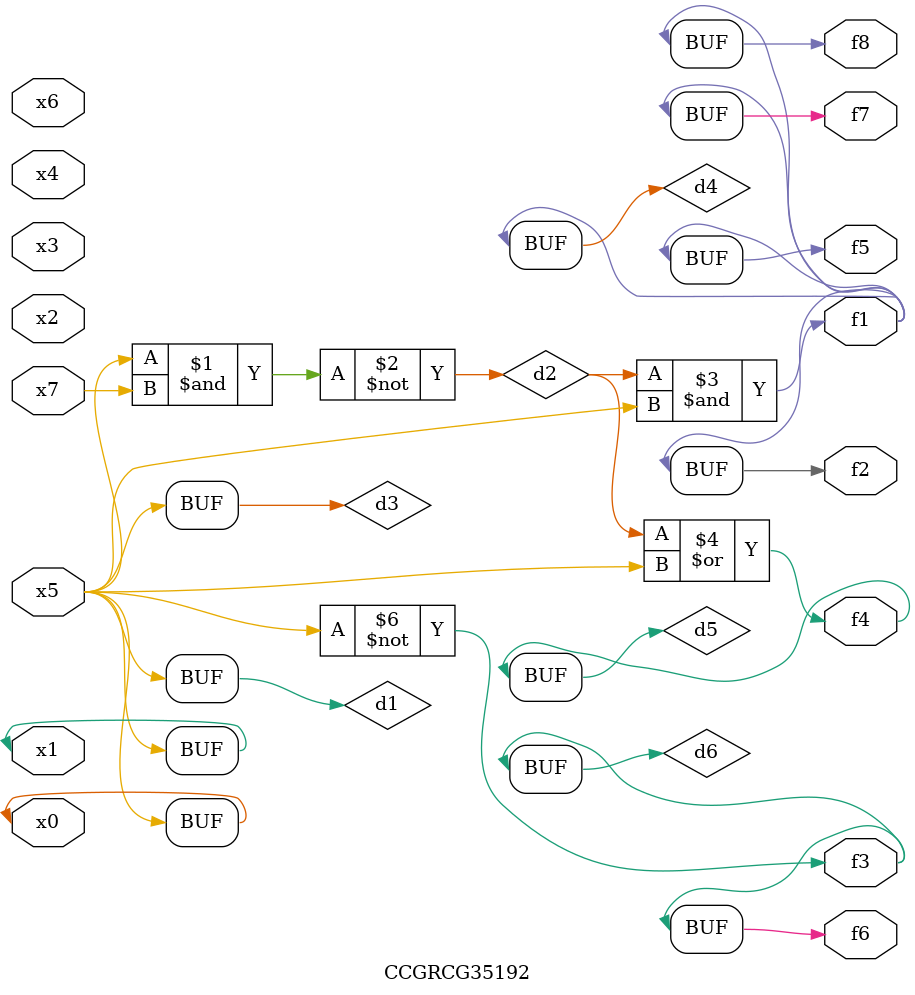
<source format=v>
module CCGRCG35192(
	input x0, x1, x2, x3, x4, x5, x6, x7,
	output f1, f2, f3, f4, f5, f6, f7, f8
);

	wire d1, d2, d3, d4, d5, d6;

	buf (d1, x0, x5);
	nand (d2, x5, x7);
	buf (d3, x0, x1);
	and (d4, d2, d3);
	or (d5, d2, d3);
	nor (d6, d1, d3);
	assign f1 = d4;
	assign f2 = d4;
	assign f3 = d6;
	assign f4 = d5;
	assign f5 = d4;
	assign f6 = d6;
	assign f7 = d4;
	assign f8 = d4;
endmodule

</source>
